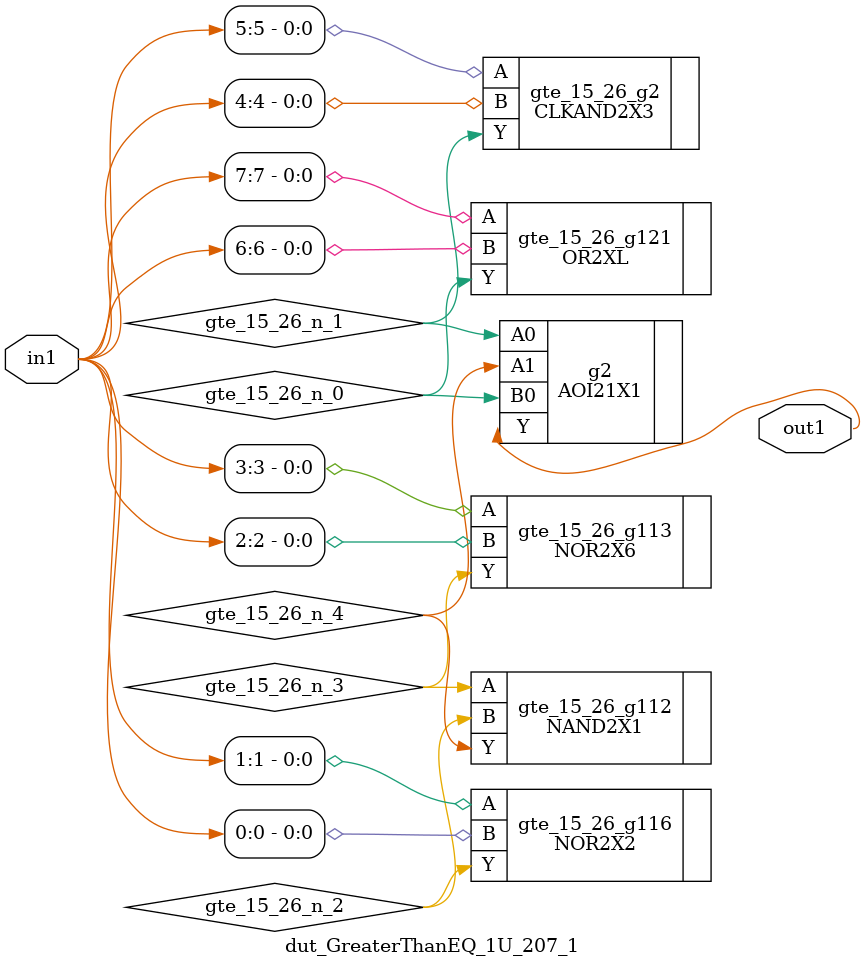
<source format=v>
`timescale 1ps / 1ps


module dut_GreaterThanEQ_1U_207_1(in1, out1);
  input [7:0] in1;
  output out1;
  wire [7:0] in1;
  wire out1;
  wire gte_15_26_n_0, gte_15_26_n_1, gte_15_26_n_2, gte_15_26_n_3,
       gte_15_26_n_4;
  NAND2X1 gte_15_26_g112(.A (gte_15_26_n_3), .B (gte_15_26_n_2), .Y
       (gte_15_26_n_4));
  NOR2X6 gte_15_26_g113(.A (in1[3]), .B (in1[2]), .Y (gte_15_26_n_3));
  NOR2X2 gte_15_26_g116(.A (in1[1]), .B (in1[0]), .Y (gte_15_26_n_2));
  CLKAND2X3 gte_15_26_g2(.A (in1[5]), .B (in1[4]), .Y (gte_15_26_n_1));
  OR2XL gte_15_26_g121(.A (in1[7]), .B (in1[6]), .Y (gte_15_26_n_0));
  AOI21X1 g2(.A0 (gte_15_26_n_1), .A1 (gte_15_26_n_4), .B0
       (gte_15_26_n_0), .Y (out1));
endmodule



</source>
